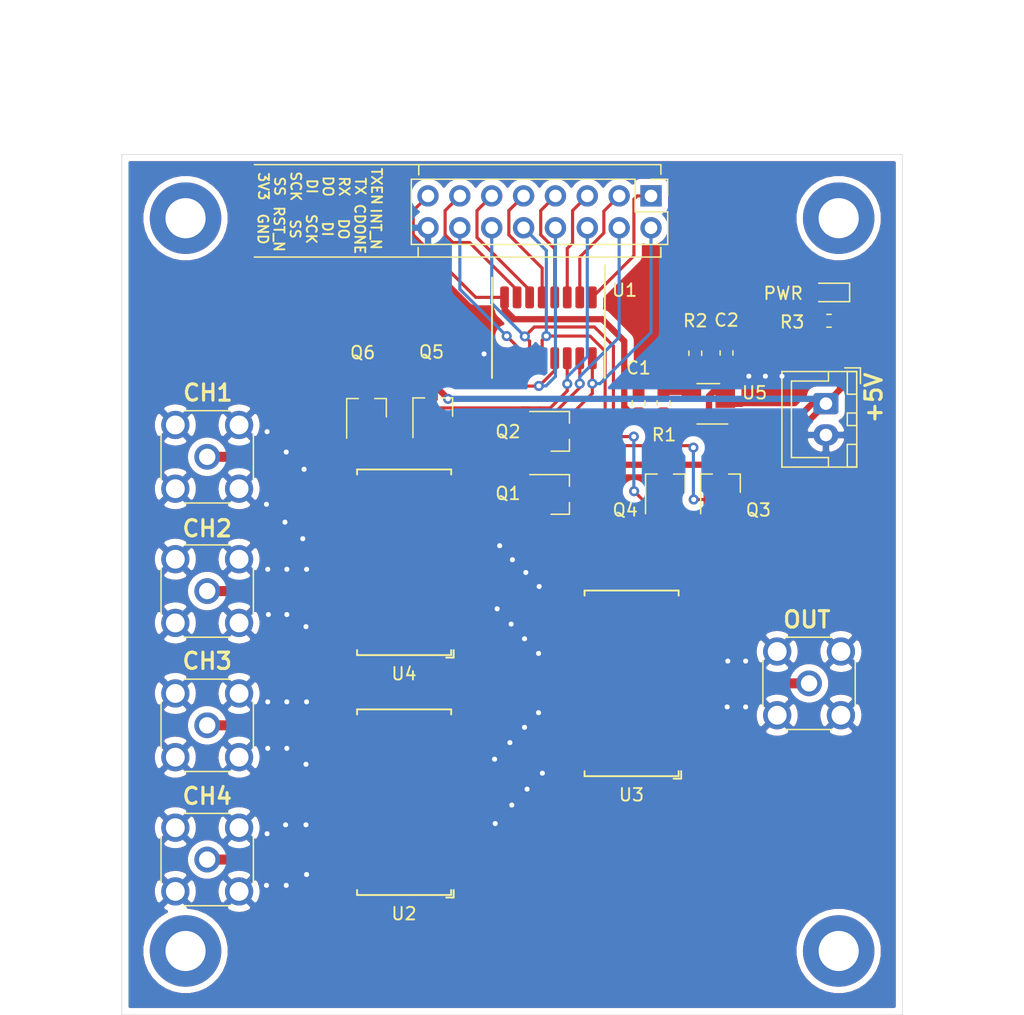
<source format=kicad_pcb>
(kicad_pcb (version 20171130) (host pcbnew "(5.1.2)-2")
  (layers (0 F.Cu signal) (31 B.Cu signal) (34 B.Paste user) (35 F.Paste user) (36 B.SilkS user) (37 F.SilkS user) (38 B.Mask user) (39 F.Mask user) (44 Edge.Cuts user))
  (net 0 "")
  (net 1 GND)
  (net 2 "Net-(C1-Pad2)")
  (net 3 /5V)
  (net 4 "Net-(J2-Pad1)")
  (net 5 "Net-(J3-Pad1)")
  (net 6 "Net-(J4-Pad1)")
  (net 7 "Net-(J5-Pad1)")
  (net 8 "Net-(J5-Pad2)")
  (net 9 "Net-(J5-Pad3)")
  (net 10 "Net-(J5-Pad4)")
  (net 11 "Net-(J5-Pad5)")
  (net 12 "Net-(J5-Pad6)")
  (net 13 "Net-(J5-Pad7)")
  (net 14 "Net-(J5-Pad10)")
  (net 15 /RESET3)
  (net 16 /SET3)
  (net 17 /RESET2)
  (net 18 /SET2)
  (net 19 /RESET1)
  (net 20 /SET1)
  (net 21 "Net-(J6-Pad1)")
  (net 22 "Net-(J7-Pad1)")
  (net 23 "Net-(R1-Pad2)")
  (net 24 "Net-(U2-Pad6)")
  (net 25 "Net-(U3-Pad14)")
  (net 26 "Net-(Q1-Pad2)")
  (net 27 "Net-(Q2-Pad2)")
  (net 28 "Net-(Q3-Pad2)")
  (net 29 "Net-(Q4-Pad2)")
  (net 30 "Net-(Q5-Pad2)")
  (net 31 "Net-(Q6-Pad2)")
  (net 32 "Net-(D1-Pad2)")
  (module MountingHole:MountingHole_3.2mm_M3_ISO7380_Pad (layer F.Cu) (at 138.43 147.32)
    (fp_text reference REF** hide)
    (fp_text value MountingHole_3.2mm_M3_ISO7380_Pad)
    (pad 1 thru_hole circle (at 0 0) (size 5.7 5.7) (drill 3.2) (layers *.Cu *.Mask))
  )
  (module MountingHole:MountingHole_3.2mm_M3_ISO7380_Pad (layer F.Cu) (at 190.5 147.32)
    (fp_text reference REF** hide)
    (fp_text value MountingHole_3.2mm_M3_ISO7380_Pad)
    (pad 1 thru_hole circle (at 0 0) (size 5.7 5.7) (drill 3.2) (layers *.Cu *.Mask))
  )
  (module MountingHole:MountingHole_3.2mm_M3_ISO7380_Pad (layer F.Cu) (at 190.5 88.9)
    (fp_text reference REF** hide)
    (fp_text value MountingHole_3.2mm_M3_ISO7380_Pad)
    (pad 1 thru_hole circle (at 0 0) (size 5.7 5.7) (drill 3.2) (layers *.Cu *.Mask))
  )
  (module MountingHole:MountingHole_3.2mm_M3_ISO7380_Pad (layer F.Cu) (at 138.43 88.9)
    (fp_text reference REF** hide)
    (fp_text value MountingHole_3.2mm_M3_ISO7380_Pad)
    (pad 1 thru_hole circle (at 0 0) (size 5.7 5.7) (drill 3.2) (layers *.Cu *.Mask))
  )
  (module Resistor_SMD:R_0603_1608Metric_Pad1.05x0.95mm_HandSolder (layer F.Cu) (at 189.7266 97.0788)
    (fp_text reference R3 (at -2.935 0.1016) (layer F.SilkS))
    (fp_text value R)
    (pad 2 smd roundrect (at 0.875 0) (size 1.05 0.95) (layers F.Cu F.Paste F.Mask) (net 3 /5V))
    (pad 1 smd roundrect (at -0.875 0) (size 1.05 0.95) (layers F.Cu F.Paste F.Mask) (net 32 "Net-(D1-Pad2)"))
  )
  (module LED_SMD:LED_0603_1608Metric_Pad1.05x0.95mm_HandSolder (layer F.Cu) (at 189.7126 94.8182 180)
    (fp_text reference PWR (at 3.6322 -0.0762) (layer F.SilkS))
    (fp_text value LED)
    (pad 2 smd roundrect (at 0.875 0 180) (size 1.05 0.95) (layers F.Cu F.Paste F.Mask) (net 32 "Net-(D1-Pad2)"))
    (pad 1 smd roundrect (at -0.875 0 180) (size 1.05 0.95) (layers F.Cu F.Paste F.Mask) (net 1 GND))
  )
  (module Connector_PinHeader_2.54mm:PinHeader_2x08_P2.54mm_Vertical (layer F.Cu) (at 175.5394 87.122 270)
    (fp_text reference J5 hide)
    (fp_text value Conn_02x08_Counter_Clockwise_MountingPin)
    (pad 1 thru_hole rect (at 0 0 270) (size 1.7 1.7) (drill 1) (layers *.Cu *.Mask) (net 7 "Net-(J5-Pad1)"))
    (pad 16 thru_hole oval (at 2.54 0 270) (size 1.7 1.7) (drill 1) (layers *.Cu *.Mask) (net 20 /SET1))
    (pad 2 thru_hole oval (at 0 2.54 270) (size 1.7 1.7) (drill 1) (layers *.Cu *.Mask) (net 8 "Net-(J5-Pad2)"))
    (pad 15 thru_hole oval (at 2.54 2.54 270) (size 1.7 1.7) (drill 1) (layers *.Cu *.Mask) (net 19 /RESET1))
    (pad 3 thru_hole oval (at 0 5.08 270) (size 1.7 1.7) (drill 1) (layers *.Cu *.Mask) (net 9 "Net-(J5-Pad3)"))
    (pad 14 thru_hole oval (at 2.54 5.08 270) (size 1.7 1.7) (drill 1) (layers *.Cu *.Mask) (net 18 /SET2))
    (pad 4 thru_hole oval (at 0 7.62 270) (size 1.7 1.7) (drill 1) (layers *.Cu *.Mask) (net 10 "Net-(J5-Pad4)"))
    (pad 13 thru_hole oval (at 2.54 7.62 270) (size 1.7 1.7) (drill 1) (layers *.Cu *.Mask) (net 17 /RESET2))
    (pad 5 thru_hole oval (at 0 10.16 270) (size 1.7 1.7) (drill 1) (layers *.Cu *.Mask) (net 11 "Net-(J5-Pad5)"))
    (pad 12 thru_hole oval (at 2.54 10.16 270) (size 1.7 1.7) (drill 1) (layers *.Cu *.Mask) (net 16 /SET3))
    (pad 6 thru_hole oval (at 0 12.7 270) (size 1.7 1.7) (drill 1) (layers *.Cu *.Mask) (net 12 "Net-(J5-Pad6)"))
    (pad 11 thru_hole oval (at 2.54 12.7 270) (size 1.7 1.7) (drill 1) (layers *.Cu *.Mask) (net 15 /RESET3))
    (pad 7 thru_hole oval (at 0 15.24 270) (size 1.7 1.7) (drill 1) (layers *.Cu *.Mask) (net 13 "Net-(J5-Pad7)"))
    (pad 10 thru_hole oval (at 2.54 15.24 270) (size 1.7 1.7) (drill 1) (layers *.Cu *.Mask) (net 14 "Net-(J5-Pad10)"))
    (pad 8 thru_hole oval (at 0 17.78 270) (size 1.7 1.7) (drill 1) (layers *.Cu *.Mask) (net 2 "Net-(C1-Pad2)"))
    (pad 9 thru_hole oval (at 2.54 17.78 270) (size 1.7 1.7) (drill 1) (layers *.Cu *.Mask) (net 1 GND))
  )
  (module Package_TO_SOT_SMD:SOT-23_Handsoldering (layer F.Cu) (at 152.8572 104.0384 90)
    (fp_text reference Q6 (at 4.4196 -0.3048 180) (layer F.SilkS))
    (fp_text value Q_NMOS_GSD)
    (pad 3 smd rect (at 1.5 0 90) (size 1.9 0.8) (layers F.Cu F.Paste F.Mask) (net 3 /5V))
    (pad 2 smd rect (at -1.5 0.95 90) (size 1.9 0.8) (layers F.Cu F.Paste F.Mask) (net 31 "Net-(Q6-Pad2)"))
    (pad 1 smd rect (at -1.5 -0.95 90) (size 1.9 0.8) (layers F.Cu F.Paste F.Mask) (net 17 /RESET2))
  )
  (module Package_TO_SOT_SMD:SOT-23_Handsoldering (layer F.Cu) (at 158.1404 103.9876 90)
    (fp_text reference Q5 (at 4.4196 -0.1016 180) (layer F.SilkS))
    (fp_text value Q_NMOS_GSD)
    (pad 3 smd rect (at 1.5 0 90) (size 1.9 0.8) (layers F.Cu F.Paste F.Mask) (net 3 /5V))
    (pad 2 smd rect (at -1.5 0.95 90) (size 1.9 0.8) (layers F.Cu F.Paste F.Mask) (net 30 "Net-(Q5-Pad2)"))
    (pad 1 smd rect (at -1.5 -0.95 90) (size 1.9 0.8) (layers F.Cu F.Paste F.Mask) (net 18 /SET2))
  )
  (module Package_TO_SOT_SMD:SOT-23_Handsoldering (layer F.Cu) (at 176.6824 110.0582 90)
    (fp_text reference Q4 (at -2.1082 -3.2004 180) (layer F.SilkS))
    (fp_text value Q_NMOS_GSD)
    (pad 3 smd rect (at 1.5 0 90) (size 1.9 0.8) (layers F.Cu F.Paste F.Mask) (net 3 /5V))
    (pad 2 smd rect (at -1.5 0.95 90) (size 1.9 0.8) (layers F.Cu F.Paste F.Mask) (net 29 "Net-(Q4-Pad2)"))
    (pad 1 smd rect (at -1.5 -0.95 90) (size 1.9 0.8) (layers F.Cu F.Paste F.Mask) (net 15 /RESET3))
  )
  (module Package_TO_SOT_SMD:SOT-23_Handsoldering (layer F.Cu) (at 181.0766 110.0582 90)
    (fp_text reference Q3 (at -2.1082 3.0226 180) (layer F.SilkS))
    (fp_text value Q_NMOS_GSD)
    (pad 3 smd rect (at 1.5 0 90) (size 1.9 0.8) (layers F.Cu F.Paste F.Mask) (net 3 /5V))
    (pad 2 smd rect (at -1.5 0.95 90) (size 1.9 0.8) (layers F.Cu F.Paste F.Mask) (net 28 "Net-(Q3-Pad2)"))
    (pad 1 smd rect (at -1.5 -0.95 90) (size 1.9 0.8) (layers F.Cu F.Paste F.Mask) (net 16 /SET3))
  )
  (module Package_TO_SOT_SMD:SOT-23_Handsoldering (layer F.Cu) (at 168.275 105.8926)
    (fp_text reference Q2 (at -4.1402 0.0254) (layer F.SilkS))
    (fp_text value Q_NMOS_GSD)
    (pad 3 smd rect (at 1.5 0) (size 1.9 0.8) (layers F.Cu F.Paste F.Mask) (net 3 /5V))
    (pad 2 smd rect (at -1.5 0.95) (size 1.9 0.8) (layers F.Cu F.Paste F.Mask) (net 27 "Net-(Q2-Pad2)"))
    (pad 1 smd rect (at -1.5 -0.95) (size 1.9 0.8) (layers F.Cu F.Paste F.Mask) (net 19 /RESET1))
  )
  (module Package_TO_SOT_SMD:SOT-23_Handsoldering (layer F.Cu) (at 168.275 110.9218)
    (fp_text reference Q1 (at -4.1402 -0.0762) (layer F.SilkS))
    (fp_text value Q_NMOS_GSD)
    (pad 3 smd rect (at 1.5 0) (size 1.9 0.8) (layers F.Cu F.Paste F.Mask) (net 3 /5V))
    (pad 2 smd rect (at -1.5 0.95) (size 1.9 0.8) (layers F.Cu F.Paste F.Mask) (net 26 "Net-(Q1-Pad2)"))
    (pad 1 smd rect (at -1.5 -0.95) (size 1.9 0.8) (layers F.Cu F.Paste F.Mask) (net 20 /SET1))
  )
  (module Capacitor_SMD:C_0603_1608Metric_Pad1.05x0.95mm_HandSolder (layer F.Cu) (at 174.5488 103.632 270)
    (fp_text reference C1 (at -2.794 0 180) (layer F.SilkS))
    (fp_text value 0.1u)
    (pad 1 smd roundrect (at -0.875 0 270) (size 1.05 0.95) (layers F.Cu F.Paste F.Mask) (net 1 GND))
    (pad 2 smd roundrect (at 0.875 0 270) (size 1.05 0.95) (layers F.Cu F.Paste F.Mask) (net 2 "Net-(C1-Pad2)"))
  )
  (module Capacitor_SMD:C_0603_1608Metric_Pad1.05x0.95mm_HandSolder (layer F.Cu) (at 181.5592 99.6442 270)
    (fp_text reference C2 (at -2.6162 0 180) (layer F.SilkS))
    (fp_text value 0.1u)
    (pad 2 smd roundrect (at 0.875 0 270) (size 1.05 0.95) (layers F.Cu F.Paste F.Mask) (net 3 /5V))
    (pad 1 smd roundrect (at -0.875 0 270) (size 1.05 0.95) (layers F.Cu F.Paste F.Mask) (net 1 GND))
  )
  (module Connector_JST:JST_XH_B02B-XH-A_1x02_P2.50mm_Vertical (layer F.Cu) (at 189.484 103.6828 270)
    (fp_text reference +5V (at -0.4572 -3.81 90) (layer F.SilkS) (effects (font (size 1.3 1.3) (thickness 0.25))))
    (fp_text value Conn_01x02_Male)
    (pad 1 thru_hole roundrect (at 0 0 270) (size 1.7 2) (drill 1) (layers *.Cu *.Mask) (roundrect_rratio 0.147059) (net 3 /5V))
    (pad 2 thru_hole oval (at 2.5 0 270) (size 1.7 2) (drill 1) (layers *.Cu *.Mask) (net 1 GND))
  )
  (module footprints:SMA (layer F.Cu) (at 140.1572 140.0302)
    (fp_text reference CH4 (at 0 -5.0546) (layer F.SilkS) (effects (font (size 1.3 1.3) (thickness 0.25))))
    (fp_text value Conn_Coaxial)
    (pad 2 thru_hole circle (at -2.54 2.54) (size 2.25 2.25) (drill 1.5) (layers *.Cu *.Mask) (net 1 GND))
    (pad 2 thru_hole circle (at -2.54 -2.54) (size 2.25 2.25) (drill 1.5) (layers *.Cu *.Mask) (net 1 GND))
    (pad 2 thru_hole circle (at 2.54 -2.54) (size 2.25 2.25) (drill 1.5) (layers *.Cu *.Mask) (net 1 GND))
    (pad 2 thru_hole circle (at 2.54 2.54) (size 2.25 2.25) (drill 1.5) (layers *.Cu *.Mask) (net 1 GND))
    (pad 1 thru_hole circle (at 0 0) (size 2.05 2.05) (drill 1.3) (layers *.Cu *.Mask) (net 4 "Net-(J2-Pad1)"))
  )
  (module footprints:SMA (layer F.Cu) (at 140.1572 129.328332)
    (fp_text reference CH3 (at 0 -5.122332) (layer F.SilkS) (effects (font (size 1.3 1.3) (thickness 0.25))))
    (fp_text value Conn_Coaxial)
    (pad 1 thru_hole circle (at 0 0) (size 2.05 2.05) (drill 1.3) (layers *.Cu *.Mask) (net 5 "Net-(J3-Pad1)"))
    (pad 2 thru_hole circle (at 2.54 2.54) (size 2.25 2.25) (drill 1.5) (layers *.Cu *.Mask) (net 1 GND))
    (pad 2 thru_hole circle (at 2.54 -2.54) (size 2.25 2.25) (drill 1.5) (layers *.Cu *.Mask) (net 1 GND))
    (pad 2 thru_hole circle (at -2.54 -2.54) (size 2.25 2.25) (drill 1.5) (layers *.Cu *.Mask) (net 1 GND))
    (pad 2 thru_hole circle (at -2.54 2.54) (size 2.25 2.25) (drill 1.5) (layers *.Cu *.Mask) (net 1 GND))
  )
  (module footprints:SMA (layer F.Cu) (at 188.1378 125.984)
    (fp_text reference OUT (at -0.1778 -5.08) (layer F.SilkS) (effects (font (size 1.3 1.3) (thickness 0.25))))
    (fp_text value Conn_Coaxial)
    (pad 2 thru_hole circle (at -2.54 2.54) (size 2.25 2.25) (drill 1.5) (layers *.Cu *.Mask) (net 1 GND))
    (pad 2 thru_hole circle (at -2.54 -2.54) (size 2.25 2.25) (drill 1.5) (layers *.Cu *.Mask) (net 1 GND))
    (pad 2 thru_hole circle (at 2.54 -2.54) (size 2.25 2.25) (drill 1.5) (layers *.Cu *.Mask) (net 1 GND))
    (pad 2 thru_hole circle (at 2.54 2.54) (size 2.25 2.25) (drill 1.5) (layers *.Cu *.Mask) (net 1 GND))
    (pad 1 thru_hole circle (at 0 0) (size 2.05 2.05) (drill 1.3) (layers *.Cu *.Mask) (net 6 "Net-(J4-Pad1)"))
  )
  (module footprints:SMA (layer F.Cu) (at 140.1572 118.626466 180)
    (fp_text reference CH2 (at 0 4.986866) (layer F.SilkS) (effects (font (size 1.3 1.3) (thickness 0.25))))
    (fp_text value Conn_Coaxial)
    (pad 2 thru_hole circle (at -2.54 2.54 180) (size 2.25 2.25) (drill 1.5) (layers *.Cu *.Mask) (net 1 GND))
    (pad 2 thru_hole circle (at -2.54 -2.54 180) (size 2.25 2.25) (drill 1.5) (layers *.Cu *.Mask) (net 1 GND))
    (pad 2 thru_hole circle (at 2.54 -2.54 180) (size 2.25 2.25) (drill 1.5) (layers *.Cu *.Mask) (net 1 GND))
    (pad 2 thru_hole circle (at 2.54 2.54 180) (size 2.25 2.25) (drill 1.5) (layers *.Cu *.Mask) (net 1 GND))
    (pad 1 thru_hole circle (at 0 0 180) (size 2.05 2.05) (drill 1.3) (layers *.Cu *.Mask) (net 21 "Net-(J6-Pad1)"))
  )
  (module footprints:SMA (layer F.Cu) (at 140.1572 107.9246 180)
    (fp_text reference CH1 (at -0.0508 5.1054) (layer F.SilkS) (effects (font (size 1.3 1.3) (thickness 0.25))))
    (fp_text value Conn_Coaxial)
    (pad 1 thru_hole circle (at 0 0 180) (size 2.05 2.05) (drill 1.3) (layers *.Cu *.Mask) (net 22 "Net-(J7-Pad1)"))
    (pad 2 thru_hole circle (at 2.54 2.54 180) (size 2.25 2.25) (drill 1.5) (layers *.Cu *.Mask) (net 1 GND))
    (pad 2 thru_hole circle (at 2.54 -2.54 180) (size 2.25 2.25) (drill 1.5) (layers *.Cu *.Mask) (net 1 GND))
    (pad 2 thru_hole circle (at -2.54 -2.54 180) (size 2.25 2.25) (drill 1.5) (layers *.Cu *.Mask) (net 1 GND))
    (pad 2 thru_hole circle (at -2.54 2.54 180) (size 2.25 2.25) (drill 1.5) (layers *.Cu *.Mask) (net 1 GND))
  )
  (module Resistor_SMD:R_0603_1608Metric_Pad1.05x0.95mm_HandSolder (layer F.Cu) (at 176.53 103.632 90)
    (fp_text reference R1 (at -2.54 0.0508 180) (layer F.SilkS))
    (fp_text value 6.8k)
    (pad 2 smd roundrect (at 0.875 0 90) (size 1.05 0.95) (layers F.Cu F.Paste F.Mask) (net 23 "Net-(R1-Pad2)"))
    (pad 1 smd roundrect (at -0.875 0 90) (size 1.05 0.95) (layers F.Cu F.Paste F.Mask) (net 2 "Net-(C1-Pad2)"))
  )
  (module Resistor_SMD:R_0603_1608Metric_Pad1.05x0.95mm_HandSolder (layer F.Cu) (at 179.07 99.6696 90)
    (fp_text reference R2 (at 2.5908 0 180) (layer F.SilkS))
    (fp_text value 12k)
    (pad 1 smd roundrect (at -0.875 0 90) (size 1.05 0.95) (layers F.Cu F.Paste F.Mask) (net 23 "Net-(R1-Pad2)"))
    (pad 2 smd roundrect (at 0.875 0 90) (size 1.05 0.95) (layers F.Cu F.Paste F.Mask) (net 1 GND))
  )
  (module HF3:CDPGA_B (layer F.Cu) (at 167.3606 97.6376 270)
    (fp_text reference U1 (at -2.9972 -6.0706 180) (layer F.SilkS))
    (fp_text value CDPGA_B)
    (pad 1 smd roundrect (at -2.425 -3.5 270) (size 1.75 0.7) (layers F.Cu F.Paste F.Mask) (net 7 "Net-(J5-Pad1)"))
    (pad 2 smd roundrect (at -2.425 -2.5 270) (size 1.75 0.7) (layers F.Cu F.Paste F.Mask) (net 8 "Net-(J5-Pad2)"))
    (pad 3 smd roundrect (at -2.425 -1.5 270) (size 1.75 0.7) (layers F.Cu F.Paste F.Mask) (net 9 "Net-(J5-Pad3)"))
    (pad 4 smd roundrect (at -2.425 -0.5 270) (size 1.75 0.7) (layers F.Cu F.Paste F.Mask) (net 10 "Net-(J5-Pad4)"))
    (pad 5 smd roundrect (at -2.425 0.5 270) (size 1.75 0.7) (layers F.Cu F.Paste F.Mask) (net 11 "Net-(J5-Pad5)"))
    (pad 6 smd roundrect (at -2.425 1.5 270) (size 1.75 0.7) (layers F.Cu F.Paste F.Mask) (net 12 "Net-(J5-Pad6)"))
    (pad 7 smd roundrect (at -2.425 2.5 270) (size 1.75 0.7) (layers F.Cu F.Paste F.Mask) (net 13 "Net-(J5-Pad7)"))
    (pad 8 smd roundrect (at -2.425 3.5 270) (size 1.75 0.7) (layers F.Cu F.Paste F.Mask) (net 2 "Net-(C1-Pad2)"))
    (pad 16 smd roundrect (at 2.425 -3.5 270) (size 1.75 0.7) (layers F.Cu F.Paste F.Mask) (net 20 /SET1))
    (pad 15 smd roundrect (at 2.425 -2.5 270) (size 1.75 0.7) (layers F.Cu F.Paste F.Mask) (net 19 /RESET1))
    (pad 14 smd roundrect (at 2.425 -1.5 270) (size 1.75 0.7) (layers F.Cu F.Paste F.Mask) (net 18 /SET2))
    (pad 13 smd roundrect (at 2.425 -0.5 270) (size 1.75 0.7) (layers F.Cu F.Paste F.Mask) (net 17 /RESET2))
    (pad 12 smd roundrect (at 2.425 0.5 270) (size 1.75 0.7) (layers F.Cu F.Paste F.Mask) (net 16 /SET3))
    (pad 11 smd roundrect (at 2.425 1.5 270) (size 1.75 0.7) (layers F.Cu F.Paste F.Mask) (net 15 /RESET3))
    (pad 10 smd roundrect (at 2.425 2.5 270) (size 1.75 0.7) (layers F.Cu F.Paste F.Mask) (net 14 "Net-(J5-Pad10)"))
    (pad 9 smd roundrect (at 2.425 3.5 270) (size 1.75 0.7) (layers F.Cu F.Paste F.Mask) (net 1 GND))
  )
  (module footprints:Relay_SPDT_AXICOM_HF3Series_50ohms_Pitch1.27mm_handsolder (layer F.Cu) (at 155.9052 135.4582 180)
    (fp_text reference U2 (at 0.06 -8.89) (layer F.SilkS))
    (fp_text value HF3-91)
    (pad 1 smd rect (at -4.25 -6.35 180) (size 3.5 0.7) (layers F.Cu F.Paste F.Mask) (net 1 GND))
    (pad 2 smd rect (at -4.5 -5.08 180) (size 3 0.9) (layers F.Cu F.Paste F.Mask) (net 1 GND))
    (pad 5 smd rect (at -4.5 -1.27 180) (size 3 0.7) (layers F.Cu F.Paste F.Mask) (net 1 GND))
    (pad 6 smd rect (at -4.5 0 180) (size 3 0.9) (layers F.Cu F.Paste F.Mask) (net 24 "Net-(U2-Pad6)"))
    (pad 7 smd rect (at -4.5 1.27 180) (size 3 0.7) (layers F.Cu F.Paste F.Mask) (net 1 GND))
    (pad 10 smd rect (at -4.5 5.08 180) (size 3 0.9) (layers F.Cu F.Paste F.Mask) (net 1 GND))
    (pad 11 smd rect (at -4.25 6.35 180) (size 3.5 0.7) (layers F.Cu F.Paste F.Mask) (net 26 "Net-(Q1-Pad2)"))
    (pad 12 smd rect (at 4.25 6.35 180) (size 3.5 0.7) (layers F.Cu F.Paste F.Mask) (net 27 "Net-(Q2-Pad2)"))
    (pad 13 smd rect (at 4.5 5.08 180) (size 3 0.7) (layers F.Cu F.Paste F.Mask) (net 1 GND))
    (pad 14 smd rect (at 4.5 3.81 180) (size 3 0.9) (layers F.Cu F.Paste F.Mask) (net 5 "Net-(J3-Pad1)"))
    (pad 15 smd rect (at 4.5 2.54 180) (size 3 0.7) (layers F.Cu F.Paste F.Mask) (net 1 GND))
    (pad 17 smd rect (at 4.5 0 180) (size 3 0.9) (layers F.Cu F.Paste F.Mask) (net 1 GND))
    (pad 19 smd rect (at 4.5 -2.54 180) (size 3 0.7) (layers F.Cu F.Paste F.Mask) (net 1 GND))
    (pad 20 smd rect (at 4.5 -3.81 180) (size 3 0.9) (layers F.Cu F.Paste F.Mask) (net 4 "Net-(J2-Pad1)"))
    (pad 21 smd rect (at 4.5 -5.08 180) (size 3 0.7) (layers F.Cu F.Paste F.Mask) (net 1 GND))
    (pad 22 smd rect (at 4.25 -6.35 180) (size 3.5 0.7) (layers F.Cu F.Paste F.Mask) (net 1 GND))
  )
  (module footprints:Relay_SPDT_AXICOM_HF3Series_50ohms_Pitch1.27mm_handsolder (layer F.Cu) (at 174.0408 125.984 180)
    (fp_text reference U3 (at 0.06 -8.89) (layer F.SilkS))
    (fp_text value HF3-91)
    (pad 1 smd rect (at -4.25 -6.35 180) (size 3.5 0.7) (layers F.Cu F.Paste F.Mask) (net 1 GND))
    (pad 2 smd rect (at -4.5 -5.08 180) (size 3 0.9) (layers F.Cu F.Paste F.Mask) (net 1 GND))
    (pad 5 smd rect (at -4.5 -1.27 180) (size 3 0.7) (layers F.Cu F.Paste F.Mask) (net 1 GND))
    (pad 6 smd rect (at -4.5 0 180) (size 3 0.9) (layers F.Cu F.Paste F.Mask) (net 6 "Net-(J4-Pad1)"))
    (pad 7 smd rect (at -4.5 1.27 180) (size 3 0.7) (layers F.Cu F.Paste F.Mask) (net 1 GND))
    (pad 10 smd rect (at -4.5 5.08 180) (size 3 0.9) (layers F.Cu F.Paste F.Mask) (net 1 GND))
    (pad 11 smd rect (at -4.25 6.35 180) (size 3.5 0.7) (layers F.Cu F.Paste F.Mask) (net 28 "Net-(Q3-Pad2)"))
    (pad 12 smd rect (at 4.25 6.35 180) (size 3.5 0.7) (layers F.Cu F.Paste F.Mask) (net 29 "Net-(Q4-Pad2)"))
    (pad 13 smd rect (at 4.5 5.08 180) (size 3 0.7) (layers F.Cu F.Paste F.Mask) (net 1 GND))
    (pad 14 smd rect (at 4.5 3.81 180) (size 3 0.9) (layers F.Cu F.Paste F.Mask) (net 25 "Net-(U3-Pad14)"))
    (pad 15 smd rect (at 4.5 2.54 180) (size 3 0.7) (layers F.Cu F.Paste F.Mask) (net 1 GND))
    (pad 17 smd rect (at 4.5 0 180) (size 3 0.9) (layers F.Cu F.Paste F.Mask) (net 1 GND))
    (pad 19 smd rect (at 4.5 -2.54 180) (size 3 0.7) (layers F.Cu F.Paste F.Mask) (net 1 GND))
    (pad 20 smd rect (at 4.5 -3.81 180) (size 3 0.9) (layers F.Cu F.Paste F.Mask) (net 24 "Net-(U2-Pad6)"))
    (pad 21 smd rect (at 4.5 -5.08 180) (size 3 0.7) (layers F.Cu F.Paste F.Mask) (net 1 GND))
    (pad 22 smd rect (at 4.25 -6.35 180) (size 3.5 0.7) (layers F.Cu F.Paste F.Mask) (net 1 GND))
  )
  (module footprints:Relay_SPDT_AXICOM_HF3Series_50ohms_Pitch1.27mm_handsolder (layer F.Cu) (at 155.9052 116.332 180)
    (fp_text reference U4 (at 0.06 -8.89) (layer F.SilkS))
    (fp_text value HF3-91)
    (pad 22 smd rect (at 4.25 -6.35 180) (size 3.5 0.7) (layers F.Cu F.Paste F.Mask) (net 1 GND))
    (pad 21 smd rect (at 4.5 -5.08 180) (size 3 0.7) (layers F.Cu F.Paste F.Mask) (net 1 GND))
    (pad 20 smd rect (at 4.5 -3.81 180) (size 3 0.9) (layers F.Cu F.Paste F.Mask) (net 21 "Net-(J6-Pad1)"))
    (pad 19 smd rect (at 4.5 -2.54 180) (size 3 0.7) (layers F.Cu F.Paste F.Mask) (net 1 GND))
    (pad 17 smd rect (at 4.5 0 180) (size 3 0.9) (layers F.Cu F.Paste F.Mask) (net 1 GND))
    (pad 15 smd rect (at 4.5 2.54 180) (size 3 0.7) (layers F.Cu F.Paste F.Mask) (net 1 GND))
    (pad 14 smd rect (at 4.5 3.81 180) (size 3 0.9) (layers F.Cu F.Paste F.Mask) (net 22 "Net-(J7-Pad1)"))
    (pad 13 smd rect (at 4.5 5.08 180) (size 3 0.7) (layers F.Cu F.Paste F.Mask) (net 1 GND))
    (pad 12 smd rect (at 4.25 6.35 180) (size 3.5 0.7) (layers F.Cu F.Paste F.Mask) (net 31 "Net-(Q6-Pad2)"))
    (pad 11 smd rect (at -4.25 6.35 180) (size 3.5 0.7) (layers F.Cu F.Paste F.Mask) (net 30 "Net-(Q5-Pad2)"))
    (pad 10 smd rect (at -4.5 5.08 180) (size 3 0.9) (layers F.Cu F.Paste F.Mask) (net 1 GND))
    (pad 7 smd rect (at -4.5 1.27 180) (size 3 0.7) (layers F.Cu F.Paste F.Mask) (net 1 GND))
    (pad 6 smd rect (at -4.5 0 180) (size 3 0.9) (layers F.Cu F.Paste F.Mask) (net 25 "Net-(U3-Pad14)"))
    (pad 5 smd rect (at -4.5 -1.27 180) (size 3 0.7) (layers F.Cu F.Paste F.Mask) (net 1 GND))
    (pad 2 smd rect (at -4.5 -5.08 180) (size 3 0.9) (layers F.Cu F.Paste F.Mask) (net 1 GND))
    (pad 1 smd rect (at -4.25 -6.35 180) (size 3.5 0.7) (layers F.Cu F.Paste F.Mask) (net 1 GND))
  )
  (module Package_TO_SOT_SMD:SOT-23-5_HandSoldering (layer F.Cu) (at 180.1076 103.698 180)
    (fp_text reference U5 (at -3.6868 0.8788) (layer F.SilkS))
    (fp_text value TPS73233)
    (pad 1 smd rect (at -1.35 -0.95 180) (size 1.56 0.65) (layers F.Cu F.Paste F.Mask) (net 3 /5V))
    (pad 2 smd rect (at -1.35 0 180) (size 1.56 0.65) (layers F.Cu F.Paste F.Mask) (net 1 GND))
    (pad 3 smd rect (at -1.35 0.95 180) (size 1.56 0.65) (layers F.Cu F.Paste F.Mask) (net 3 /5V))
    (pad 4 smd rect (at 1.35 0.95 180) (size 1.56 0.65) (layers F.Cu F.Paste F.Mask) (net 23 "Net-(R1-Pad2)"))
    (pad 5 smd rect (at 1.35 -0.95 180) (size 1.56 0.65) (layers F.Cu F.Paste F.Mask) (net 2 "Net-(C1-Pad2)"))
  )
  (gr_line (start 156.972 91.948) (end 156.972 91.2368) (layer F.SilkS) (width 0.12))
  (gr_line (start 176.3268 91.9988) (end 176.3268 91.2368) (layer F.SilkS) (width 0.12))
  (gr_line (start 143.9164 91.9988) (end 176.3268 91.9988) (layer F.SilkS) (width 0.12))
  (gr_line (start 157.0228 84.6836) (end 157.0228 85.4456) (layer F.SilkS) (width 0.12))
  (gr_line (start 176.3268 84.6328) (end 176.3268 85.3948) (layer F.SilkS) (width 0.12))
  (gr_line (start 143.9164 84.6328) (end 176.3268 84.6328) (layer F.SilkS) (width 0.12))
  (gr_text "INT_N\nCDONE\nDO\nDI\nSCK\nSS\nRST_N\nGND" (at 149.098 89.7636 270) (layer F.SilkS) (effects (font (size 0.8 0.8))))
  (gr_text "TXEN\nTX\nRX\nDO\nDI\nSCK\nSS\n3V3" (at 149.1488 86.36 270) (layer F.SilkS) (effects (font (size 0.8 0.8))))
  (gr_text "4-1 MUX\n2019 NUEDC" (at 179.1716 140.9192) (layer F.Cu) (effects (font (size 1.3 1.3) (thickness 0.3) italic)))
  (gr_line (start 195.58 83.82) (end 133.35 83.82) (layer Edge.Cuts) (width 0.05))
  (gr_line (start 195.58 152.4) (end 195.58 83.82) (layer Edge.Cuts) (width 0.05))
  (gr_line (start 194.31 152.4) (end 195.58 152.4) (layer Edge.Cuts) (width 0.05))
  (gr_line (start 133.35 152.4) (end 194.31 152.4) (layer Edge.Cuts) (width 0.05))
  (gr_line (start 133.35 146.05) (end 133.35 152.4) (layer Edge.Cuts) (width 0.05))
  (gr_line (start 133.35 83.82) (end 133.35 146.05) (layer Edge.Cuts) (width 0.05))
  (via (at 162.2298 99.7204) (size 0.8) (drill 0.4) (layers F.Cu B.Cu) (net 1))
  (segment (start 163.8606 100.0626) (end 162.572 100.0626) (width 0.5) (layer F.Cu) (net 1))
  (segment (start 162.572 100.0626) (end 162.2298 99.7204) (width 0.5) (layer F.Cu) (net 1))
  (segment (start 182.7376 103.698) (end 183.4388 102.9968) (width 0.5) (layer F.Cu) (net 1))
  (segment (start 181.4576 103.698) (end 182.7376 103.698) (width 0.5) (layer F.Cu) (net 1))
  (via (at 163.4744 115.0112) (size 0.8) (drill 0.4) (layers F.Cu B.Cu) (net 1))
  (via (at 164.4904 116.1288) (size 0.8) (drill 0.4) (layers F.Cu B.Cu) (net 1))
  (via (at 165.5572 117.1448) (size 0.8) (drill 0.4) (layers F.Cu B.Cu) (net 1))
  (via (at 166.624 118.2624) (size 0.8) (drill 0.4) (layers F.Cu B.Cu) (net 1))
  (via (at 163.2712 120.0404) (size 0.8) (drill 0.4) (layers F.Cu B.Cu) (net 1))
  (via (at 164.3888 121.2596) (size 0.8) (drill 0.4) (layers F.Cu B.Cu) (net 1))
  (via (at 165.4556 122.428) (size 0.8) (drill 0.4) (layers F.Cu B.Cu) (net 1))
  (via (at 166.5732 123.5964) (size 0.8) (drill 0.4) (layers F.Cu B.Cu) (net 1))
  (via (at 163.068 132.0292) (size 0.8) (drill 0.4) (layers F.Cu B.Cu) (net 1))
  (via (at 164.2872 130.7084) (size 0.8) (drill 0.4) (layers F.Cu B.Cu) (net 1))
  (via (at 165.4556 129.4892) (size 0.8) (drill 0.4) (layers F.Cu B.Cu) (net 1))
  (via (at 166.5732 128.3208) (size 0.8) (drill 0.4) (layers F.Cu B.Cu) (net 1))
  (via (at 163.1188 137.16) (size 0.8) (drill 0.4) (layers F.Cu B.Cu) (net 1))
  (via (at 164.4396 135.6868) (size 0.8) (drill 0.4) (layers F.Cu B.Cu) (net 1))
  (via (at 165.6588 134.4168) (size 0.8) (drill 0.4) (layers F.Cu B.Cu) (net 1))
  (via (at 166.878 133.1468) (size 0.8) (drill 0.4) (layers F.Cu B.Cu) (net 1))
  (via (at 181.6608 124.206) (size 0.8) (drill 0.4) (layers F.Cu B.Cu) (net 1))
  (via (at 183.0832 124.206) (size 0.8) (drill 0.4) (layers F.Cu B.Cu) (net 1))
  (via (at 181.61 127.8636) (size 0.8) (drill 0.4) (layers F.Cu B.Cu) (net 1))
  (via (at 183.0832 127.8636) (size 0.8) (drill 0.4) (layers F.Cu B.Cu) (net 1))
  (via (at 183.3372 101.4984) (size 0.8) (drill 0.4) (layers F.Cu B.Cu) (net 1))
  (via (at 184.658 101.4984) (size 0.8) (drill 0.4) (layers F.Cu B.Cu) (net 1))
  (via (at 185.9788 101.4984) (size 0.8) (drill 0.4) (layers F.Cu B.Cu) (net 1))
  (via (at 144.8816 111.7092) (size 0.8) (drill 0.4) (layers F.Cu B.Cu) (net 1))
  (via (at 146.3548 113.1316) (size 0.8) (drill 0.4) (layers F.Cu B.Cu) (net 1))
  (via (at 147.7772 114.4524) (size 0.8) (drill 0.4) (layers F.Cu B.Cu) (net 1))
  (via (at 144.9324 105.918) (size 0.8) (drill 0.4) (layers F.Cu B.Cu) (net 1))
  (via (at 146.4564 107.5436) (size 0.8) (drill 0.4) (layers F.Cu B.Cu) (net 1))
  (via (at 147.8788 108.9152) (size 0.8) (drill 0.4) (layers F.Cu B.Cu) (net 1))
  (via (at 144.9832 116.8908) (size 0.8) (drill 0.4) (layers F.Cu B.Cu) (net 1))
  (via (at 146.5072 116.8908) (size 0.8) (drill 0.4) (layers F.Cu B.Cu) (net 1))
  (via (at 148.082 116.8908) (size 0.8) (drill 0.4) (layers F.Cu B.Cu) (net 1))
  (via (at 145.034 120.4976) (size 0.8) (drill 0.4) (layers F.Cu B.Cu) (net 1))
  (via (at 146.5072 120.4976) (size 0.8) (drill 0.4) (layers F.Cu B.Cu) (net 1))
  (via (at 148.0312 121.4628) (size 0.8) (drill 0.4) (layers F.Cu B.Cu) (net 1))
  (via (at 144.9832 127.4572) (size 0.8) (drill 0.4) (layers F.Cu B.Cu) (net 1))
  (via (at 146.5072 127.4572) (size 0.8) (drill 0.4) (layers F.Cu B.Cu) (net 1))
  (via (at 148.082 127.4572) (size 0.8) (drill 0.4) (layers F.Cu B.Cu) (net 1))
  (via (at 144.9832 131.1656) (size 0.8) (drill 0.4) (layers F.Cu B.Cu) (net 1))
  (via (at 146.5072 131.1656) (size 0.8) (drill 0.4) (layers F.Cu B.Cu) (net 1))
  (via (at 148.0312 132.4356) (size 0.8) (drill 0.4) (layers F.Cu B.Cu) (net 1))
  (via (at 144.9324 137.9728) (size 0.8) (drill 0.4) (layers F.Cu B.Cu) (net 1))
  (via (at 146.4056 137.2616) (size 0.8) (drill 0.4) (layers F.Cu B.Cu) (net 1))
  (via (at 148.0312 137.2616) (size 0.8) (drill 0.4) (layers F.Cu B.Cu) (net 1))
  (via (at 144.8816 142.0876) (size 0.8) (drill 0.4) (layers F.Cu B.Cu) (net 1))
  (via (at 146.4564 142.0876) (size 0.8) (drill 0.4) (layers F.Cu B.Cu) (net 1))
  (via (at 148.082 141.224) (size 0.8) (drill 0.4) (layers F.Cu B.Cu) (net 1))
  (segment (start 176.671 104.648) (end 176.53 104.507) (width 0.5) (layer F.Cu) (net 2))
  (segment (start 178.7576 104.648) (end 176.671 104.648) (width 0.5) (layer F.Cu) (net 2))
  (segment (start 176.53 104.507) (end 174.5488 104.507) (width 0.5) (layer F.Cu) (net 2))
  (segment (start 156.909401 87.971999) (end 157.7594 87.122) (width 0.25) (layer F.Cu) (net 2))
  (segment (start 156.584399 88.297001) (end 156.909401 87.971999) (width 0.25) (layer F.Cu) (net 2))
  (segment (start 156.584399 90.226001) (end 156.584399 88.297001) (width 0.25) (layer F.Cu) (net 2))
  (segment (start 161.570998 95.2126) (end 156.584399 90.226001) (width 0.25) (layer F.Cu) (net 2))
  (segment (start 163.8606 95.2126) (end 161.570998 95.2126) (width 0.25) (layer F.Cu) (net 2))
  (segment (start 173.9738 104.507) (end 173.4058 103.939) (width 0.5) (layer F.Cu) (net 2))
  (segment (start 174.5488 104.507) (end 173.9738 104.507) (width 0.5) (layer F.Cu) (net 2))
  (segment (start 173.4058 103.939) (end 173.4058 98.7044) (width 0.5) (layer F.Cu) (net 2))
  (segment (start 173.4058 98.7044) (end 171.6532 96.9518) (width 0.5) (layer F.Cu) (net 2))
  (segment (start 163.8606 96.1876) (end 163.8606 95.2126) (width 0.5) (layer F.Cu) (net 2))
  (segment (start 164.6248 96.9518) (end 163.8606 96.1876) (width 0.5) (layer F.Cu) (net 2))
  (segment (start 171.6532 96.9518) (end 164.6248 96.9518) (width 0.5) (layer F.Cu) (net 2))
  (segment (start 158.0896 102.5384) (end 158.1404 102.4876) (width 0.5) (layer F.Cu) (net 3))
  (segment (start 152.8572 102.5384) (end 158.0896 102.5384) (width 0.5) (layer F.Cu) (net 3))
  (via (at 159.3596 103.3018) (size 0.8) (drill 0.4) (layers F.Cu B.Cu) (net 3))
  (segment (start 158.1404 102.4876) (end 158.5454 102.4876) (width 0.5) (layer F.Cu) (net 3))
  (segment (start 158.5454 102.4876) (end 159.3596 103.3018) (width 0.5) (layer F.Cu) (net 3))
  (segment (start 189.103 103.3018) (end 189.484 103.6828) (width 0.5) (layer B.Cu) (net 3))
  (segment (start 159.3596 103.3018) (end 189.103 103.3018) (width 0.5) (layer B.Cu) (net 3))
  (segment (start 180.492598 102.748) (end 180.1622 103.078398) (width 0.5) (layer F.Cu) (net 3))
  (segment (start 181.4576 102.748) (end 180.492598 102.748) (width 0.5) (layer F.Cu) (net 3))
  (segment (start 180.1622 103.078398) (end 180.1622 104.2416) (width 0.5) (layer F.Cu) (net 3))
  (segment (start 180.1622 104.2416) (end 180.5432 104.6226) (width 0.5) (layer F.Cu) (net 3))
  (segment (start 181.4322 104.6226) (end 181.4576 104.648) (width 0.5) (layer F.Cu) (net 3))
  (segment (start 180.5432 104.6226) (end 181.4322 104.6226) (width 0.5) (layer F.Cu) (net 3))
  (segment (start 181.5592 102.6464) (end 181.4576 102.748) (width 0.5) (layer F.Cu) (net 3))
  (segment (start 181.5592 100.5192) (end 181.5592 102.6464) (width 0.5) (layer F.Cu) (net 3))
  (segment (start 190.6016 102.5652) (end 189.484 103.6828) (width 0.5) (layer F.Cu) (net 3))
  (segment (start 190.6016 97.0788) (end 190.6016 102.5652) (width 0.5) (layer F.Cu) (net 3))
  (segment (start 184.6086 108.5582) (end 181.0766 108.5582) (width 0.5) (layer F.Cu) (net 3))
  (segment (start 189.484 103.6828) (end 184.6086 108.5582) (width 0.5) (layer F.Cu) (net 3))
  (segment (start 181.0766 108.5582) (end 176.6824 108.5582) (width 0.5) (layer F.Cu) (net 3))
  (segment (start 169.775 110.0218) (end 169.775 110.9218) (width 0.5) (layer F.Cu) (net 3))
  (segment (start 171.2386 108.5582) (end 169.775 110.0218) (width 0.5) (layer F.Cu) (net 3))
  (segment (start 176.6824 108.5582) (end 171.2386 108.5582) (width 0.5) (layer F.Cu) (net 3))
  (segment (start 169.775 107.0946) (end 169.775 105.8926) (width 0.5) (layer F.Cu) (net 3))
  (segment (start 171.2386 108.5582) (end 169.775 107.0946) (width 0.5) (layer F.Cu) (net 3))
  (segment (start 182.7376 104.648) (end 181.4576 104.648) (width 0.5) (layer F.Cu) (net 3))
  (segment (start 187.4188 104.648) (end 182.7376 104.648) (width 0.5) (layer F.Cu) (net 3))
  (segment (start 188.384 103.6828) (end 187.4188 104.648) (width 0.5) (layer F.Cu) (net 3))
  (segment (start 189.484 103.6828) (end 188.384 103.6828) (width 0.5) (layer F.Cu) (net 3))
  (segment (start 140.1572 140.0302) (end 146.0754 140.0302) (width 0.8) (layer F.Cu) (net 4))
  (segment (start 146.8374 139.2682) (end 151.4052 139.2682) (width 0.8) (layer F.Cu) (net 4))
  (segment (start 146.0754 140.0302) (end 146.8374 139.2682) (width 0.8) (layer F.Cu) (net 4))
  (segment (start 149.745198 131.6482) (end 151.4052 131.6482) (width 0.8) (layer F.Cu) (net 5))
  (segment (start 147.42533 129.328332) (end 149.745198 131.6482) (width 0.8) (layer F.Cu) (net 5))
  (segment (start 140.1572 129.328332) (end 147.42533 129.328332) (width 0.8) (layer F.Cu) (net 5))
  (segment (start 180.200802 125.984) (end 188.1378 125.984) (width 0.8) (layer F.Cu) (net 6))
  (segment (start 178.5408 125.984) (end 180.200802 125.984) (width 0.8) (layer F.Cu) (net 6))
  (segment (start 174.4394 87.122) (end 175.5394 87.122) (width 0.25) (layer F.Cu) (net 7))
  (segment (start 174.174401 87.386999) (end 174.4394 87.122) (width 0.25) (layer F.Cu) (net 7))
  (segment (start 174.174401 91.898799) (end 174.174401 87.386999) (width 0.25) (layer F.Cu) (net 7))
  (segment (start 170.8606 95.2126) (end 174.174401 91.898799) (width 0.25) (layer F.Cu) (net 7))
  (segment (start 172.149401 87.971999) (end 172.9994 87.122) (width 0.25) (layer F.Cu) (net 8))
  (segment (start 171.7802 88.3412) (end 172.149401 87.971999) (width 0.25) (layer F.Cu) (net 8))
  (segment (start 171.7802 90.080202) (end 171.7802 88.3412) (width 0.25) (layer F.Cu) (net 8))
  (segment (start 169.8606 91.999802) (end 171.7802 90.080202) (width 0.25) (layer F.Cu) (net 8))
  (segment (start 169.8606 95.2126) (end 169.8606 91.999802) (width 0.25) (layer F.Cu) (net 8))
  (segment (start 169.609401 87.971999) (end 170.4594 87.122) (width 0.25) (layer F.Cu) (net 9))
  (segment (start 169.284399 88.297001) (end 169.609401 87.971999) (width 0.25) (layer F.Cu) (net 9))
  (segment (start 169.284399 90.887801) (end 169.284399 88.297001) (width 0.25) (layer F.Cu) (net 9))
  (segment (start 168.8606 91.3116) (end 169.284399 90.887801) (width 0.25) (layer F.Cu) (net 9))
  (segment (start 168.8606 95.2126) (end 168.8606 91.3116) (width 0.25) (layer F.Cu) (net 9))
  (segment (start 167.069401 87.971999) (end 167.9194 87.122) (width 0.25) (layer F.Cu) (net 10))
  (segment (start 166.744399 88.297001) (end 167.069401 87.971999) (width 0.25) (layer F.Cu) (net 10))
  (segment (start 166.744399 90.226001) (end 166.744399 88.297001) (width 0.25) (layer F.Cu) (net 10))
  (segment (start 167.8606 91.342202) (end 166.744399 90.226001) (width 0.25) (layer F.Cu) (net 10))
  (segment (start 167.8606 95.2126) (end 167.8606 91.342202) (width 0.25) (layer F.Cu) (net 10))
  (segment (start 164.529401 87.971999) (end 165.3794 87.122) (width 0.25) (layer F.Cu) (net 11))
  (segment (start 164.204399 88.297001) (end 164.529401 87.971999) (width 0.25) (layer F.Cu) (net 11))
  (segment (start 164.204399 90.226001) (end 164.204399 88.297001) (width 0.25) (layer F.Cu) (net 11))
  (segment (start 166.8606 92.882202) (end 164.204399 90.226001) (width 0.25) (layer F.Cu) (net 11))
  (segment (start 166.8606 95.2126) (end 166.8606 92.882202) (width 0.25) (layer F.Cu) (net 11))
  (segment (start 161.989401 87.971999) (end 162.8394 87.122) (width 0.25) (layer F.Cu) (net 12))
  (segment (start 161.664399 88.297001) (end 161.989401 87.971999) (width 0.25) (layer F.Cu) (net 12))
  (segment (start 161.664399 90.434275) (end 161.664399 88.297001) (width 0.25) (layer F.Cu) (net 12))
  (segment (start 165.8606 94.630476) (end 161.664399 90.434275) (width 0.25) (layer F.Cu) (net 12))
  (segment (start 165.8606 95.2126) (end 165.8606 94.630476) (width 0.25) (layer F.Cu) (net 12))
  (segment (start 159.449401 87.971999) (end 160.2994 87.122) (width 0.25) (layer F.Cu) (net 13))
  (segment (start 159.124399 88.297001) (end 159.449401 87.971999) (width 0.25) (layer F.Cu) (net 13))
  (segment (start 159.124399 90.226001) (end 159.124399 88.297001) (width 0.25) (layer F.Cu) (net 13))
  (segment (start 159.735399 90.837001) (end 159.124399 90.226001) (width 0.25) (layer F.Cu) (net 13))
  (segment (start 161.067125 90.837001) (end 159.735399 90.837001) (width 0.25) (layer F.Cu) (net 13))
  (segment (start 164.8606 94.630476) (end 161.067125 90.837001) (width 0.25) (layer F.Cu) (net 13))
  (segment (start 164.8606 95.2126) (end 164.8606 94.630476) (width 0.25) (layer F.Cu) (net 13))
  (via (at 164.0332 98.298) (size 0.8) (drill 0.4) (layers F.Cu B.Cu) (net 14))
  (segment (start 164.8606 100.0626) (end 164.8606 99.1254) (width 0.25) (layer F.Cu) (net 14))
  (segment (start 164.8606 99.1254) (end 164.0332 98.298) (width 0.25) (layer F.Cu) (net 14))
  (segment (start 160.2994 94.5642) (end 160.2994 89.662) (width 0.25) (layer B.Cu) (net 14))
  (segment (start 164.0332 98.298) (end 160.2994 94.5642) (width 0.25) (layer B.Cu) (net 14))
  (via (at 165.481 98.3234) (size 0.8) (drill 0.4) (layers F.Cu B.Cu) (net 15))
  (segment (start 165.8606 100.0626) (end 165.8606 98.703) (width 0.25) (layer F.Cu) (net 15))
  (segment (start 165.8606 98.703) (end 165.481 98.3234) (width 0.25) (layer F.Cu) (net 15))
  (segment (start 162.8394 95.6818) (end 162.8394 89.662) (width 0.25) (layer B.Cu) (net 15))
  (segment (start 165.481 98.3234) (end 162.8394 95.6818) (width 0.25) (layer B.Cu) (net 15))
  (segment (start 166.231401 97.572999) (end 171.029799 97.572999) (width 0.25) (layer F.Cu) (net 15))
  (segment (start 165.481 98.3234) (end 166.231401 97.572999) (width 0.25) (layer F.Cu) (net 15))
  (segment (start 171.029799 97.572999) (end 172.5422 99.0854) (width 0.25) (layer F.Cu) (net 15))
  (segment (start 172.5422 99.0854) (end 172.5422 105.7148) (width 0.25) (layer F.Cu) (net 15))
  (via (at 174.1678 106.3106) (size 0.8) (drill 0.4) (layers F.Cu B.Cu) (net 15))
  (segment (start 172.5422 105.7148) (end 173.138 106.3106) (width 0.25) (layer F.Cu) (net 15))
  (segment (start 173.138 106.3106) (end 174.1678 106.3106) (width 0.25) (layer F.Cu) (net 15))
  (via (at 174.1932 110.6678) (size 0.8) (drill 0.4) (layers F.Cu B.Cu) (net 15))
  (segment (start 174.1678 106.3106) (end 174.1678 110.6424) (width 0.25) (layer B.Cu) (net 15))
  (segment (start 174.1678 110.6424) (end 174.1932 110.6678) (width 0.25) (layer B.Cu) (net 15))
  (segment (start 174.1932 110.6678) (end 174.5488 111.0234) (width 0.25) (layer F.Cu) (net 15))
  (segment (start 175.0824 111.5582) (end 175.7324 111.5582) (width 0.25) (layer F.Cu) (net 15))
  (segment (start 174.5488 111.0246) (end 175.0824 111.5582) (width 0.25) (layer F.Cu) (net 15))
  (segment (start 174.5488 111.0234) (end 174.5488 111.0246) (width 0.25) (layer F.Cu) (net 15))
  (via (at 167.1944 98.298) (size 0.8) (drill 0.4) (layers F.Cu B.Cu) (net 16))
  (segment (start 166.8606 100.0626) (end 166.8606 98.6318) (width 0.25) (layer F.Cu) (net 16))
  (segment (start 166.8606 98.6318) (end 167.1944 98.298) (width 0.25) (layer F.Cu) (net 16))
  (segment (start 167.1944 91.477) (end 165.3794 89.662) (width 0.25) (layer B.Cu) (net 16))
  (segment (start 167.1944 98.298) (end 167.1944 91.477) (width 0.25) (layer B.Cu) (net 16))
  (segment (start 170.678124 98.298) (end 171.8818 99.501676) (width 0.25) (layer F.Cu) (net 16))
  (segment (start 167.1944 98.298) (end 170.678124 98.298) (width 0.25) (layer F.Cu) (net 16))
  (segment (start 171.8818 99.501676) (end 171.8818 106.045) (width 0.25) (layer F.Cu) (net 16))
  (segment (start 171.8818 106.045) (end 172.8724 107.0356) (width 0.25) (layer F.Cu) (net 16))
  (via (at 178.9176 107.188) (size 0.8) (drill 0.4) (layers F.Cu B.Cu) (net 16))
  (segment (start 172.8724 107.0356) (end 178.7652 107.0356) (width 0.25) (layer F.Cu) (net 16))
  (segment (start 178.7652 107.0356) (end 178.9176 107.188) (width 0.25) (layer F.Cu) (net 16))
  (via (at 178.943 111.3282) (size 0.8) (drill 0.4) (layers F.Cu B.Cu) (net 16))
  (segment (start 178.9176 107.188) (end 178.9176 111.3028) (width 0.25) (layer B.Cu) (net 16))
  (segment (start 178.9176 111.3028) (end 178.943 111.3282) (width 0.25) (layer B.Cu) (net 16))
  (segment (start 179.8966 111.3282) (end 180.1266 111.5582) (width 0.25) (layer F.Cu) (net 16))
  (segment (start 178.943 111.3282) (end 179.8966 111.3282) (width 0.25) (layer F.Cu) (net 16))
  (segment (start 167.8606 101.0376) (end 166.6124 102.2858) (width 0.25) (layer F.Cu) (net 17))
  (segment (start 167.8606 100.0626) (end 167.8606 101.0376) (width 0.25) (layer F.Cu) (net 17))
  (segment (start 159.873602 102.2858) (end 158.527402 100.9396) (width 0.25) (layer F.Cu) (net 17))
  (segment (start 166.6124 102.2858) (end 159.873602 102.2858) (width 0.25) (layer F.Cu) (net 17))
  (segment (start 151.9072 104.3384) (end 151.9072 105.5384) (width 0.25) (layer F.Cu) (net 17))
  (segment (start 151.9072 101.553398) (end 151.9072 104.3384) (width 0.25) (layer F.Cu) (net 17))
  (segment (start 152.520998 100.9396) (end 151.9072 101.553398) (width 0.25) (layer F.Cu) (net 17))
  (segment (start 158.527402 100.9396) (end 152.520998 100.9396) (width 0.25) (layer F.Cu) (net 17))
  (via (at 166.599747 102.273147) (size 0.8) (drill 0.4) (layers F.Cu B.Cu) (net 17))
  (segment (start 166.6124 102.2858) (end 166.599747 102.273147) (width 0.25) (layer F.Cu) (net 17))
  (segment (start 167.9194 90.864081) (end 167.9194 89.662) (width 0.25) (layer B.Cu) (net 17))
  (segment (start 167.9194 101.519179) (end 167.9194 90.864081) (width 0.25) (layer B.Cu) (net 17))
  (segment (start 167.165432 102.273147) (end 167.9194 101.519179) (width 0.25) (layer B.Cu) (net 17))
  (segment (start 166.599747 102.273147) (end 167.165432 102.273147) (width 0.25) (layer B.Cu) (net 17))
  (segment (start 157.1904 104.9376) (end 157.1904 105.4876) (width 0.25) (layer F.Cu) (net 18))
  (segment (start 158.101199 104.026801) (end 157.1904 104.9376) (width 0.25) (layer F.Cu) (net 18))
  (segment (start 165.871399 104.026801) (end 165.240801 104.026801) (width 0.25) (layer F.Cu) (net 18))
  (segment (start 165.240801 104.026801) (end 158.101199 104.026801) (width 0.25) (layer F.Cu) (net 18))
  (via (at 168.86071 102.108357) (size 0.8) (drill 0.4) (layers F.Cu B.Cu) (net 18))
  (segment (start 168.8606 100.0626) (end 168.8606 102.108247) (width 0.25) (layer F.Cu) (net 18))
  (segment (start 168.8606 102.108247) (end 168.86071 102.108357) (width 0.25) (layer F.Cu) (net 18))
  (segment (start 170.4594 99.943982) (end 170.4594 89.662) (width 0.25) (layer B.Cu) (net 18))
  (segment (start 168.86071 102.108357) (end 168.86071 101.542672) (width 0.25) (layer B.Cu) (net 18))
  (segment (start 168.86071 101.542672) (end 170.4594 99.943982) (width 0.25) (layer B.Cu) (net 18))
  (segment (start 167.507951 104.026801) (end 166.663201 104.026801) (width 0.25) (layer F.Cu) (net 18))
  (segment (start 168.86071 102.674042) (end 167.507951 104.026801) (width 0.25) (layer F.Cu) (net 18))
  (segment (start 168.86071 102.108357) (end 168.86071 102.674042) (width 0.25) (layer F.Cu) (net 18))
  (segment (start 166.762599 104.026801) (end 166.663201 104.026801) (width 0.25) (layer F.Cu) (net 18))
  (segment (start 166.663201 104.026801) (end 165.240801 104.026801) (width 0.25) (layer F.Cu) (net 18))
  (segment (start 167.325 104.9426) (end 166.775 104.9426) (width 0.25) (layer F.Cu) (net 19))
  (segment (start 169.8606 102.407) (end 167.325 104.9426) (width 0.25) (layer F.Cu) (net 19))
  (via (at 169.8606 102.0934) (size 0.8) (drill 0.4) (layers F.Cu B.Cu) (net 19))
  (segment (start 169.8606 101.8648) (end 169.8606 102.0934) (width 0.25) (layer F.Cu) (net 19))
  (segment (start 169.8606 101.8648) (end 169.8606 102.407) (width 0.25) (layer F.Cu) (net 19))
  (segment (start 169.8606 100.0626) (end 169.8606 101.8648) (width 0.25) (layer F.Cu) (net 19))
  (segment (start 169.8606 101.527715) (end 169.8606 102.0934) (width 0.25) (layer B.Cu) (net 19))
  (segment (start 172.9994 89.662) (end 172.9994 98.388915) (width 0.25) (layer B.Cu) (net 19))
  (segment (start 172.9994 98.388915) (end 169.8606 101.527715) (width 0.25) (layer B.Cu) (net 19))
  (segment (start 170.8606 102.871998) (end 168.3258 105.406798) (width 0.25) (layer F.Cu) (net 20))
  (segment (start 166.775 109.3218) (end 166.775 109.9718) (width 0.25) (layer F.Cu) (net 20))
  (segment (start 168.3258 107.771) (end 166.775 109.3218) (width 0.25) (layer F.Cu) (net 20))
  (segment (start 168.3258 105.406798) (end 168.3258 107.771) (width 0.25) (layer F.Cu) (net 20))
  (via (at 170.8606 102.0878) (size 0.8) (drill 0.4) (layers F.Cu B.Cu) (net 20))
  (segment (start 170.8606 102.0878) (end 170.8606 102.871998) (width 0.25) (layer F.Cu) (net 20))
  (segment (start 170.8606 100.0626) (end 170.8606 102.0878) (width 0.25) (layer F.Cu) (net 20))
  (segment (start 170.8606 102.0878) (end 171.4702 102.0878) (width 0.25) (layer B.Cu) (net 20))
  (segment (start 175.5394 98.0186) (end 175.5394 89.662) (width 0.25) (layer B.Cu) (net 20))
  (segment (start 171.4702 102.0878) (end 175.5394 98.0186) (width 0.25) (layer B.Cu) (net 20))
  (segment (start 141.606768 118.626466) (end 140.1572 118.626466) (width 0.8) (layer F.Cu) (net 21))
  (segment (start 147.589666 118.626466) (end 141.606768 118.626466) (width 0.8) (layer F.Cu) (net 21))
  (segment (start 149.1052 120.142) (end 147.589666 118.626466) (width 0.8) (layer F.Cu) (net 21))
  (segment (start 151.4052 120.142) (end 149.1052 120.142) (width 0.8) (layer F.Cu) (net 21))
  (segment (start 140.1572 107.9246) (end 144.1704 107.9246) (width 0.8) (layer F.Cu) (net 22))
  (segment (start 148.7678 112.522) (end 151.4052 112.522) (width 0.8) (layer F.Cu) (net 22))
  (segment (start 144.1704 107.9246) (end 148.7678 112.522) (width 0.8) (layer F.Cu) (net 22))
  (segment (start 179.07 102.4356) (end 178.7576 102.748) (width 0.5) (layer F.Cu) (net 23))
  (segment (start 179.07 100.5446) (end 179.07 102.4356) (width 0.5) (layer F.Cu) (net 23))
  (segment (start 176.539 102.748) (end 176.53 102.757) (width 0.5) (layer F.Cu) (net 23))
  (segment (start 178.7576 102.748) (end 176.539 102.748) (width 0.5) (layer F.Cu) (net 23))
  (segment (start 167.880798 129.794) (end 169.5408 129.794) (width 0.8) (layer F.Cu) (net 24))
  (segment (start 160.4052 135.4582) (end 162.216598 135.4582) (width 0.8) (layer F.Cu) (net 24))
  (segment (start 162.216598 135.4582) (end 167.880798 129.794) (width 0.8) (layer F.Cu) (net 24))
  (segment (start 167.907202 122.174) (end 169.5408 122.174) (width 0.8) (layer F.Cu) (net 25))
  (segment (start 162.065202 116.332) (end 167.907202 122.174) (width 0.8) (layer F.Cu) (net 25))
  (segment (start 160.4052 116.332) (end 162.065202 116.332) (width 0.8) (layer F.Cu) (net 25))
  (segment (start 161.145166 114.261999) (end 158.153001 114.261999) (width 0.5) (layer F.Cu) (net 26))
  (segment (start 166.775 111.8718) (end 163.535365 111.8718) (width 0.5) (layer F.Cu) (net 26))
  (segment (start 163.535365 111.8718) (end 161.145166 114.261999) (width 0.5) (layer F.Cu) (net 26))
  (segment (start 158.153001 114.261999) (end 157.4292 114.9858) (width 0.5) (layer F.Cu) (net 26))
  (segment (start 160.1552 128.2582) (end 160.1552 129.1082) (width 0.5) (layer F.Cu) (net 26))
  (segment (start 157.4292 125.5322) (end 160.1552 128.2582) (width 0.5) (layer F.Cu) (net 26))
  (segment (start 157.4292 114.9858) (end 157.4292 125.5322) (width 0.5) (layer F.Cu) (net 26))
  (segment (start 165.325 106.8426) (end 162.6108 109.5568) (width 0.5) (layer F.Cu) (net 27))
  (segment (start 166.775 106.8426) (end 165.325 106.8426) (width 0.5) (layer F.Cu) (net 27))
  (segment (start 162.6108 111.806402) (end 161.057002 113.3602) (width 0.5) (layer F.Cu) (net 27))
  (segment (start 162.6108 109.5568) (end 162.6108 111.806402) (width 0.5) (layer F.Cu) (net 27))
  (segment (start 161.057002 113.3602) (end 154.9146 113.3602) (width 0.5) (layer F.Cu) (net 27))
  (segment (start 153.855201 114.419599) (end 153.855201 125.747999) (width 0.5) (layer F.Cu) (net 27))
  (segment (start 154.9146 113.3602) (end 153.855201 114.419599) (width 0.5) (layer F.Cu) (net 27))
  (segment (start 151.6552 127.948) (end 151.6552 129.1082) (width 0.5) (layer F.Cu) (net 27))
  (segment (start 153.855201 125.747999) (end 151.6552 127.948) (width 0.5) (layer F.Cu) (net 27))
  (segment (start 179.6908 119.634) (end 178.2908 119.634) (width 0.5) (layer F.Cu) (net 28))
  (segment (start 182.0266 117.2982) (end 179.6908 119.634) (width 0.5) (layer F.Cu) (net 28))
  (segment (start 182.0266 111.5582) (end 182.0266 117.2982) (width 0.5) (layer F.Cu) (net 28))
  (segment (start 177.6324 111.5582) (end 177.6324 114.62) (width 0.5) (layer F.Cu) (net 29))
  (segment (start 172.6184 119.634) (end 169.7908 119.634) (width 0.5) (layer F.Cu) (net 29))
  (segment (start 177.6324 114.62) (end 172.6184 119.634) (width 0.5) (layer F.Cu) (net 29))
  (segment (start 160.1552 108.0024) (end 160.1552 109.982) (width 0.5) (layer F.Cu) (net 30))
  (segment (start 159.0904 105.4876) (end 159.0904 106.9376) (width 0.5) (layer F.Cu) (net 30))
  (segment (start 159.0904 106.9376) (end 160.1552 108.0024) (width 0.5) (layer F.Cu) (net 30))
  (segment (start 153.8072 106.9884) (end 151.982 108.8136) (width 0.5) (layer F.Cu) (net 31))
  (segment (start 153.8072 105.5384) (end 153.8072 106.9884) (width 0.5) (layer F.Cu) (net 31))
  (segment (start 151.6552 109.132) (end 151.6552 109.982) (width 0.5) (layer F.Cu) (net 31))
  (segment (start 151.9736 108.8136) (end 151.6552 109.132) (width 0.5) (layer F.Cu) (net 31))
  (segment (start 151.982 108.8136) (end 151.9736 108.8136) (width 0.5) (layer F.Cu) (net 31))
  (segment (start 188.8376 97.0648) (end 188.8516 97.0788) (width 0.5) (layer F.Cu) (net 32))
  (segment (start 188.8376 94.8182) (end 188.8376 97.0648) (width 0.5) (layer F.Cu) (net 32))
  (zone (net 1) (net_name GND) (layer F.Cu) (connect_pads (clearance 0.508)) (min_thickness 0.254) (fill yes (arc_segments 32) (thermal_gap 0.508) (thermal_bridge_width 0.508) (smoothing fillet) (radius 0.508))
    (polygon (pts (xy 133.35 83.82) (xy 133.35 152.4) (xy 195.58 152.4) (xy 195.58 83.82)))
  )
  (zone (net 1) (net_name GND) (layer B.Cu) (connect_pads (clearance 0.508)) (min_thickness 0.254) (fill yes (arc_segments 32) (thermal_gap 0.508) (thermal_bridge_width 0.508) (smoothing fillet) (radius 0.508))
    (polygon (pts (xy 133.35 83.82) (xy 133.35 152.4) (xy 195.58 152.4) (xy 195.58 83.82)))
  )
  (zone (net 0) (net_name "") (layer F.Cu) (connect_pads (clearance 0.508)) (min_thickness 0.254)
    (keepout (tracks allowed) (vias allowed) (copperpour not_allowed))
    (fill (arc_segments 32) (thermal_gap 0.508) (thermal_bridge_width 0.508))
    (polygon (pts (xy 179.4764 99.4664) (xy 181.3052 99.4664) (xy 181.2036 102.2604) (xy 179.324 102.2096)))
  )
)
</source>
